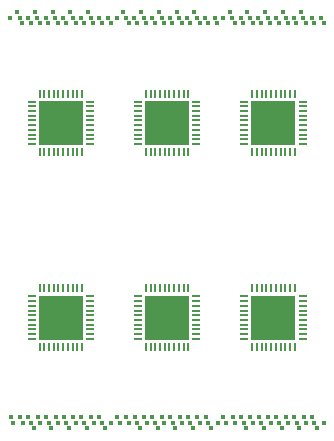
<source format=gbr>
%TF.GenerationSoftware,KiCad,Pcbnew,7.0.1*%
%TF.CreationDate,2023-04-06T12:09:14+02:00*%
%TF.ProjectId,LED_Dogtag_HW,4c45445f-446f-4677-9461-675f48572e6b,1.0*%
%TF.SameCoordinates,Original*%
%TF.FileFunction,Copper,L4,Bot*%
%TF.FilePolarity,Positive*%
%FSLAX46Y46*%
G04 Gerber Fmt 4.6, Leading zero omitted, Abs format (unit mm)*
G04 Created by KiCad (PCBNEW 7.0.1) date 2023-04-06 12:09:14*
%MOMM*%
%LPD*%
G01*
G04 APERTURE LIST*
G04 Aperture macros list*
%AMRoundRect*
0 Rectangle with rounded corners*
0 $1 Rounding radius*
0 $2 $3 $4 $5 $6 $7 $8 $9 X,Y pos of 4 corners*
0 Add a 4 corners polygon primitive as box body*
4,1,4,$2,$3,$4,$5,$6,$7,$8,$9,$2,$3,0*
0 Add four circle primitives for the rounded corners*
1,1,$1+$1,$2,$3*
1,1,$1+$1,$4,$5*
1,1,$1+$1,$6,$7*
1,1,$1+$1,$8,$9*
0 Add four rect primitives between the rounded corners*
20,1,$1+$1,$2,$3,$4,$5,0*
20,1,$1+$1,$4,$5,$6,$7,0*
20,1,$1+$1,$6,$7,$8,$9,0*
20,1,$1+$1,$8,$9,$2,$3,0*%
G04 Aperture macros list end*
%TA.AperFunction,SMDPad,CuDef*%
%ADD10RoundRect,0.050000X0.325000X0.050000X-0.325000X0.050000X-0.325000X-0.050000X0.325000X-0.050000X0*%
%TD*%
%TA.AperFunction,SMDPad,CuDef*%
%ADD11RoundRect,0.050000X0.050000X0.325000X-0.050000X0.325000X-0.050000X-0.325000X0.050000X-0.325000X0*%
%TD*%
%TA.AperFunction,SMDPad,CuDef*%
%ADD12R,3.800000X3.800000*%
%TD*%
%TA.AperFunction,SMDPad,CuDef*%
%ADD13RoundRect,0.050000X-0.325000X-0.050000X0.325000X-0.050000X0.325000X0.050000X-0.325000X0.050000X0*%
%TD*%
%TA.AperFunction,SMDPad,CuDef*%
%ADD14RoundRect,0.050000X-0.050000X-0.325000X0.050000X-0.325000X0.050000X0.325000X-0.050000X0.325000X0*%
%TD*%
%TA.AperFunction,ViaPad*%
%ADD15C,0.400000*%
%TD*%
G04 APERTURE END LIST*
D10*
%TO.P,U1,1,SW8*%
%TO.N,Net-(D19-A)*%
X97275000Y-43750000D03*
%TO.P,U1,2,SW6*%
%TO.N,Net-(D17-A)*%
X97275000Y-44150000D03*
%TO.P,U1,3,SW4*%
%TO.N,Net-(D15-A)*%
X97275000Y-44550000D03*
%TO.P,U1,4,SW2*%
%TO.N,Net-(D13-A)*%
X97275000Y-44950000D03*
%TO.P,U1,5,PVCC*%
%TO.N,+BATT*%
X97275000Y-45350000D03*
%TO.P,U1,6,SW1*%
%TO.N,Net-(D1-A)*%
X97275000Y-45750000D03*
%TO.P,U1,7,SW3*%
%TO.N,Net-(D14-A)*%
X97275000Y-46150000D03*
%TO.P,U1,8,SW5*%
%TO.N,Net-(D16-A)*%
X97275000Y-46550000D03*
%TO.P,U1,9,SW7*%
%TO.N,Net-(D18-A)*%
X97275000Y-46950000D03*
%TO.P,U1,10,SW9*%
%TO.N,Net-(D20-A)*%
X97275000Y-47350000D03*
D11*
%TO.P,U1,11,SW11*%
%TO.N,Net-(D11-A)*%
X96600000Y-48025000D03*
%TO.P,U1,12,CS18*%
%TO.N,Net-(U1-CS18)*%
X96200000Y-48025000D03*
%TO.P,U1,13,CS17*%
%TO.N,Net-(U1-CS17)*%
X95800000Y-48025000D03*
%TO.P,U1,14,CS16*%
%TO.N,Net-(U1-CS16)*%
X95400000Y-48025000D03*
%TO.P,U1,15,CS15*%
%TO.N,Net-(U1-CS15)*%
X95000000Y-48025000D03*
%TO.P,U1,16,PGND*%
%TO.N,GND*%
X94600000Y-48025000D03*
%TO.P,U1,17,CS14*%
%TO.N,Net-(U1-CS14)*%
X94200000Y-48025000D03*
%TO.P,U1,18,CS13*%
%TO.N,Net-(U1-CS13)*%
X93800000Y-48025000D03*
%TO.P,U1,19,CS12*%
%TO.N,Net-(U1-CS12)*%
X93400000Y-48025000D03*
%TO.P,U1,20,CS11*%
%TO.N,Net-(U1-CS11)*%
X93000000Y-48025000D03*
D10*
%TO.P,U1,21,CS10*%
%TO.N,Net-(U1-CS10)*%
X92325000Y-47350000D03*
%TO.P,U1,22,VCC*%
%TO.N,+BATT*%
X92325000Y-46950000D03*
%TO.P,U1,23,GND*%
%TO.N,GND*%
X92325000Y-46550000D03*
%TO.P,U1,24,MISO*%
%TO.N,/DISP_MISO*%
X92325000Y-46150000D03*
%TO.P,U1,25,CS*%
%TO.N,/DISP_CS_A1*%
X92325000Y-45750000D03*
%TO.P,U1,26,SDB*%
%TO.N,/DISP_SDB*%
X92325000Y-45350000D03*
%TO.P,U1,27,SCK*%
%TO.N,/DISP_SCK*%
X92325000Y-44950000D03*
%TO.P,U1,28,MOSI*%
%TO.N,/DISP_MOSI*%
X92325000Y-44550000D03*
%TO.P,U1,29,ISET*%
%TO.N,Net-(U1-ISET)*%
X92325000Y-44150000D03*
%TO.P,U1,30,SYNC*%
%TO.N,/DISP_SYNC*%
X92325000Y-43750000D03*
D11*
%TO.P,U1,31,CS9*%
%TO.N,Net-(U1-CS9)*%
X93000000Y-43075000D03*
%TO.P,U1,32,CS8*%
%TO.N,Net-(U1-CS8)*%
X93400000Y-43075000D03*
%TO.P,U1,33,CS7*%
%TO.N,Net-(U1-CS7)*%
X93800000Y-43075000D03*
%TO.P,U1,34,CS6*%
%TO.N,Net-(U1-CS6)*%
X94200000Y-43075000D03*
%TO.P,U1,35,CS5*%
%TO.N,Net-(U1-CS5)*%
X94600000Y-43075000D03*
%TO.P,U1,36,CS4*%
%TO.N,Net-(U1-CS4)*%
X95000000Y-43075000D03*
%TO.P,U1,37,CS3*%
%TO.N,Net-(U1-CS3)*%
X95400000Y-43075000D03*
%TO.P,U1,38,CS2*%
%TO.N,Net-(U1-CS2)*%
X95800000Y-43075000D03*
%TO.P,U1,39,CS1*%
%TO.N,Net-(U1-CS1)*%
X96200000Y-43075000D03*
%TO.P,U1,40,SW10*%
%TO.N,Net-(D10-A)*%
X96600000Y-43075000D03*
D12*
%TO.P,U1,41,GND*%
%TO.N,GND*%
X94800000Y-45550000D03*
%TD*%
D13*
%TO.P,U5,1,SW8*%
%TO.N,Net-(D272-A)*%
X101325000Y-63850000D03*
%TO.P,U5,2,SW6*%
%TO.N,Net-(D270-A)*%
X101325000Y-63450000D03*
%TO.P,U5,3,SW4*%
%TO.N,Net-(D268-A)*%
X101325000Y-63050000D03*
%TO.P,U5,4,SW2*%
%TO.N,Net-(D266-A)*%
X101325000Y-62650000D03*
%TO.P,U5,5,PVCC*%
%TO.N,+BATT*%
X101325000Y-62250000D03*
%TO.P,U5,6,SW1*%
%TO.N,Net-(D265-A)*%
X101325000Y-61850000D03*
%TO.P,U5,7,SW3*%
%TO.N,Net-(D267-A)*%
X101325000Y-61450000D03*
%TO.P,U5,8,SW5*%
%TO.N,Net-(D269-A)*%
X101325000Y-61050000D03*
%TO.P,U5,9,SW7*%
%TO.N,Net-(D271-A)*%
X101325000Y-60650000D03*
%TO.P,U5,10,SW9*%
%TO.N,Net-(D273-A)*%
X101325000Y-60250000D03*
D14*
%TO.P,U5,11,SW11*%
%TO.N,Net-(D275-A)*%
X102000000Y-59575000D03*
%TO.P,U5,12,CS18*%
%TO.N,Net-(U5-CS18)*%
X102400000Y-59575000D03*
%TO.P,U5,13,CS17*%
%TO.N,Net-(U5-CS17)*%
X102800000Y-59575000D03*
%TO.P,U5,14,CS16*%
%TO.N,Net-(U5-CS16)*%
X103200000Y-59575000D03*
%TO.P,U5,15,CS15*%
%TO.N,Net-(U5-CS15)*%
X103600000Y-59575000D03*
%TO.P,U5,16,PGND*%
%TO.N,GND*%
X104000000Y-59575000D03*
%TO.P,U5,17,CS14*%
%TO.N,Net-(U5-CS14)*%
X104400000Y-59575000D03*
%TO.P,U5,18,CS13*%
%TO.N,Net-(U5-CS13)*%
X104800000Y-59575000D03*
%TO.P,U5,19,CS12*%
%TO.N,Net-(U5-CS12)*%
X105200000Y-59575000D03*
%TO.P,U5,20,CS11*%
%TO.N,Net-(U5-CS11)*%
X105600000Y-59575000D03*
D13*
%TO.P,U5,21,CS10*%
%TO.N,Net-(U5-CS10)*%
X106275000Y-60250000D03*
%TO.P,U5,22,VCC*%
%TO.N,+BATT*%
X106275000Y-60650000D03*
%TO.P,U5,23,GND*%
%TO.N,GND*%
X106275000Y-61050000D03*
%TO.P,U5,24,MISO*%
%TO.N,/DISP_MISO*%
X106275000Y-61450000D03*
%TO.P,U5,25,CS*%
%TO.N,/DISP_CS_B2*%
X106275000Y-61850000D03*
%TO.P,U5,26,SDB*%
%TO.N,/DISP_SDB*%
X106275000Y-62250000D03*
%TO.P,U5,27,SCK*%
%TO.N,/DISP_SCK*%
X106275000Y-62650000D03*
%TO.P,U5,28,MOSI*%
%TO.N,/DISP_MOSI*%
X106275000Y-63050000D03*
%TO.P,U5,29,ISET*%
%TO.N,Net-(U5-ISET)*%
X106275000Y-63450000D03*
%TO.P,U5,30,SYNC*%
%TO.N,/DISP_SYNC*%
X106275000Y-63850000D03*
D14*
%TO.P,U5,31,CS9*%
%TO.N,Net-(U5-CS9)*%
X105600000Y-64525000D03*
%TO.P,U5,32,CS8*%
%TO.N,Net-(U5-CS8)*%
X105200000Y-64525000D03*
%TO.P,U5,33,CS7*%
%TO.N,Net-(U5-CS7)*%
X104800000Y-64525000D03*
%TO.P,U5,34,CS6*%
%TO.N,Net-(U5-CS6)*%
X104400000Y-64525000D03*
%TO.P,U5,35,CS5*%
%TO.N,Net-(U5-CS5)*%
X104000000Y-64525000D03*
%TO.P,U5,36,CS4*%
%TO.N,Net-(U5-CS4)*%
X103600000Y-64525000D03*
%TO.P,U5,37,CS3*%
%TO.N,Net-(U5-CS3)*%
X103200000Y-64525000D03*
%TO.P,U5,38,CS2*%
%TO.N,Net-(U5-CS2)*%
X102800000Y-64525000D03*
%TO.P,U5,39,CS1*%
%TO.N,Net-(U5-CS1)*%
X102400000Y-64525000D03*
%TO.P,U5,40,SW10*%
%TO.N,Net-(D274-A)*%
X102000000Y-64525000D03*
D12*
%TO.P,U5,41,GND*%
%TO.N,GND*%
X103800000Y-62050000D03*
%TD*%
D13*
%TO.P,U6,1,SW8*%
%TO.N,Net-(D338-A)*%
X110325000Y-63850000D03*
%TO.P,U6,2,SW6*%
%TO.N,Net-(D336-A)*%
X110325000Y-63450000D03*
%TO.P,U6,3,SW4*%
%TO.N,Net-(D334-A)*%
X110325000Y-63050000D03*
%TO.P,U6,4,SW2*%
%TO.N,Net-(D332-A)*%
X110325000Y-62650000D03*
%TO.P,U6,5,PVCC*%
%TO.N,+BATT*%
X110325000Y-62250000D03*
%TO.P,U6,6,SW1*%
%TO.N,Net-(D331-A)*%
X110325000Y-61850000D03*
%TO.P,U6,7,SW3*%
%TO.N,Net-(D333-A)*%
X110325000Y-61450000D03*
%TO.P,U6,8,SW5*%
%TO.N,Net-(D335-A)*%
X110325000Y-61050000D03*
%TO.P,U6,9,SW7*%
%TO.N,Net-(D337-A)*%
X110325000Y-60650000D03*
%TO.P,U6,10,SW9*%
%TO.N,Net-(D339-A)*%
X110325000Y-60250000D03*
D14*
%TO.P,U6,11,SW11*%
%TO.N,Net-(D341-A)*%
X111000000Y-59575000D03*
%TO.P,U6,12,CS18*%
%TO.N,Net-(U6-CS18)*%
X111400000Y-59575000D03*
%TO.P,U6,13,CS17*%
%TO.N,Net-(U6-CS17)*%
X111800000Y-59575000D03*
%TO.P,U6,14,CS16*%
%TO.N,Net-(U6-CS16)*%
X112200000Y-59575000D03*
%TO.P,U6,15,CS15*%
%TO.N,Net-(U6-CS15)*%
X112600000Y-59575000D03*
%TO.P,U6,16,PGND*%
%TO.N,GND*%
X113000000Y-59575000D03*
%TO.P,U6,17,CS14*%
%TO.N,Net-(U6-CS14)*%
X113400000Y-59575000D03*
%TO.P,U6,18,CS13*%
%TO.N,Net-(U6-CS13)*%
X113800000Y-59575000D03*
%TO.P,U6,19,CS12*%
%TO.N,Net-(U6-CS12)*%
X114200000Y-59575000D03*
%TO.P,U6,20,CS11*%
%TO.N,Net-(U6-CS11)*%
X114600000Y-59575000D03*
D13*
%TO.P,U6,21,CS10*%
%TO.N,Net-(U6-CS10)*%
X115275000Y-60250000D03*
%TO.P,U6,22,VCC*%
%TO.N,+BATT*%
X115275000Y-60650000D03*
%TO.P,U6,23,GND*%
%TO.N,GND*%
X115275000Y-61050000D03*
%TO.P,U6,24,MISO*%
%TO.N,/DISP_MISO*%
X115275000Y-61450000D03*
%TO.P,U6,25,CS*%
%TO.N,/DISP_CS_B1*%
X115275000Y-61850000D03*
%TO.P,U6,26,SDB*%
%TO.N,/DISP_SDB*%
X115275000Y-62250000D03*
%TO.P,U6,27,SCK*%
%TO.N,/DISP_SCK*%
X115275000Y-62650000D03*
%TO.P,U6,28,MOSI*%
%TO.N,/DISP_MOSI*%
X115275000Y-63050000D03*
%TO.P,U6,29,ISET*%
%TO.N,Net-(U6-ISET)*%
X115275000Y-63450000D03*
%TO.P,U6,30,SYNC*%
%TO.N,/DISP_SYNC*%
X115275000Y-63850000D03*
D14*
%TO.P,U6,31,CS9*%
%TO.N,Net-(U6-CS9)*%
X114600000Y-64525000D03*
%TO.P,U6,32,CS8*%
%TO.N,Net-(U6-CS8)*%
X114200000Y-64525000D03*
%TO.P,U6,33,CS7*%
%TO.N,Net-(U6-CS7)*%
X113800000Y-64525000D03*
%TO.P,U6,34,CS6*%
%TO.N,Net-(U6-CS6)*%
X113400000Y-64525000D03*
%TO.P,U6,35,CS5*%
%TO.N,Net-(U6-CS5)*%
X113000000Y-64525000D03*
%TO.P,U6,36,CS4*%
%TO.N,Net-(U6-CS4)*%
X112600000Y-64525000D03*
%TO.P,U6,37,CS3*%
%TO.N,Net-(U6-CS3)*%
X112200000Y-64525000D03*
%TO.P,U6,38,CS2*%
%TO.N,Net-(U6-CS2)*%
X111800000Y-64525000D03*
%TO.P,U6,39,CS1*%
%TO.N,Net-(U6-CS1)*%
X111400000Y-64525000D03*
%TO.P,U6,40,SW10*%
%TO.N,Net-(D340-A)*%
X111000000Y-64525000D03*
D12*
%TO.P,U6,41,GND*%
%TO.N,GND*%
X112800000Y-62050000D03*
%TD*%
D13*
%TO.P,U4,1,SW8*%
%TO.N,Net-(D206-A)*%
X92325000Y-63850000D03*
%TO.P,U4,2,SW6*%
%TO.N,Net-(D204-A)*%
X92325000Y-63450000D03*
%TO.P,U4,3,SW4*%
%TO.N,Net-(D202-A)*%
X92325000Y-63050000D03*
%TO.P,U4,4,SW2*%
%TO.N,Net-(D200-A)*%
X92325000Y-62650000D03*
%TO.P,U4,5,PVCC*%
%TO.N,+BATT*%
X92325000Y-62250000D03*
%TO.P,U4,6,SW1*%
%TO.N,Net-(D199-A)*%
X92325000Y-61850000D03*
%TO.P,U4,7,SW3*%
%TO.N,Net-(D201-A)*%
X92325000Y-61450000D03*
%TO.P,U4,8,SW5*%
%TO.N,Net-(D203-A)*%
X92325000Y-61050000D03*
%TO.P,U4,9,SW7*%
%TO.N,Net-(D205-A)*%
X92325000Y-60650000D03*
%TO.P,U4,10,SW9*%
%TO.N,Net-(D207-A)*%
X92325000Y-60250000D03*
D14*
%TO.P,U4,11,SW11*%
%TO.N,Net-(D209-A)*%
X93000000Y-59575000D03*
%TO.P,U4,12,CS18*%
%TO.N,Net-(U4-CS18)*%
X93400000Y-59575000D03*
%TO.P,U4,13,CS17*%
%TO.N,Net-(U4-CS17)*%
X93800000Y-59575000D03*
%TO.P,U4,14,CS16*%
%TO.N,Net-(U4-CS16)*%
X94200000Y-59575000D03*
%TO.P,U4,15,CS15*%
%TO.N,Net-(U4-CS15)*%
X94600000Y-59575000D03*
%TO.P,U4,16,PGND*%
%TO.N,GND*%
X95000000Y-59575000D03*
%TO.P,U4,17,CS14*%
%TO.N,Net-(U4-CS14)*%
X95400000Y-59575000D03*
%TO.P,U4,18,CS13*%
%TO.N,Net-(U4-CS13)*%
X95800000Y-59575000D03*
%TO.P,U4,19,CS12*%
%TO.N,Net-(U4-CS12)*%
X96200000Y-59575000D03*
%TO.P,U4,20,CS11*%
%TO.N,Net-(U4-CS11)*%
X96600000Y-59575000D03*
D13*
%TO.P,U4,21,CS10*%
%TO.N,Net-(U4-CS10)*%
X97275000Y-60250000D03*
%TO.P,U4,22,VCC*%
%TO.N,+BATT*%
X97275000Y-60650000D03*
%TO.P,U4,23,GND*%
%TO.N,GND*%
X97275000Y-61050000D03*
%TO.P,U4,24,MISO*%
%TO.N,/DISP_MISO*%
X97275000Y-61450000D03*
%TO.P,U4,25,CS*%
%TO.N,/DISP_CS_B3*%
X97275000Y-61850000D03*
%TO.P,U4,26,SDB*%
%TO.N,/DISP_SDB*%
X97275000Y-62250000D03*
%TO.P,U4,27,SCK*%
%TO.N,/DISP_SCK*%
X97275000Y-62650000D03*
%TO.P,U4,28,MOSI*%
%TO.N,/DISP_MOSI*%
X97275000Y-63050000D03*
%TO.P,U4,29,ISET*%
%TO.N,Net-(U4-ISET)*%
X97275000Y-63450000D03*
%TO.P,U4,30,SYNC*%
%TO.N,/DISP_SYNC*%
X97275000Y-63850000D03*
D14*
%TO.P,U4,31,CS9*%
%TO.N,Net-(U4-CS9)*%
X96600000Y-64525000D03*
%TO.P,U4,32,CS8*%
%TO.N,Net-(U4-CS8)*%
X96200000Y-64525000D03*
%TO.P,U4,33,CS7*%
%TO.N,Net-(U4-CS7)*%
X95800000Y-64525000D03*
%TO.P,U4,34,CS6*%
%TO.N,Net-(U4-CS6)*%
X95400000Y-64525000D03*
%TO.P,U4,35,CS5*%
%TO.N,Net-(U4-CS5)*%
X95000000Y-64525000D03*
%TO.P,U4,36,CS4*%
%TO.N,Net-(U4-CS4)*%
X94600000Y-64525000D03*
%TO.P,U4,37,CS3*%
%TO.N,Net-(U4-CS3)*%
X94200000Y-64525000D03*
%TO.P,U4,38,CS2*%
%TO.N,Net-(U4-CS2)*%
X93800000Y-64525000D03*
%TO.P,U4,39,CS1*%
%TO.N,Net-(U4-CS1)*%
X93400000Y-64525000D03*
%TO.P,U4,40,SW10*%
%TO.N,Net-(D208-A)*%
X93000000Y-64525000D03*
D12*
%TO.P,U4,41,GND*%
%TO.N,GND*%
X94800000Y-62050000D03*
%TD*%
D10*
%TO.P,U3,1,SW8*%
%TO.N,Net-(D140-A)*%
X115275000Y-43750000D03*
%TO.P,U3,2,SW6*%
%TO.N,Net-(D138-A)*%
X115275000Y-44150000D03*
%TO.P,U3,3,SW4*%
%TO.N,Net-(D136-A)*%
X115275000Y-44550000D03*
%TO.P,U3,4,SW2*%
%TO.N,Net-(D134-A)*%
X115275000Y-44950000D03*
%TO.P,U3,5,PVCC*%
%TO.N,+BATT*%
X115275000Y-45350000D03*
%TO.P,U3,6,SW1*%
%TO.N,Net-(D133-A)*%
X115275000Y-45750000D03*
%TO.P,U3,7,SW3*%
%TO.N,Net-(D135-A)*%
X115275000Y-46150000D03*
%TO.P,U3,8,SW5*%
%TO.N,Net-(D137-A)*%
X115275000Y-46550000D03*
%TO.P,U3,9,SW7*%
%TO.N,Net-(D139-A)*%
X115275000Y-46950000D03*
%TO.P,U3,10,SW9*%
%TO.N,Net-(D141-A)*%
X115275000Y-47350000D03*
D11*
%TO.P,U3,11,SW11*%
%TO.N,Net-(D143-A)*%
X114600000Y-48025000D03*
%TO.P,U3,12,CS18*%
%TO.N,Net-(U3-CS18)*%
X114200000Y-48025000D03*
%TO.P,U3,13,CS17*%
%TO.N,Net-(U3-CS17)*%
X113800000Y-48025000D03*
%TO.P,U3,14,CS16*%
%TO.N,Net-(U3-CS16)*%
X113400000Y-48025000D03*
%TO.P,U3,15,CS15*%
%TO.N,Net-(U3-CS15)*%
X113000000Y-48025000D03*
%TO.P,U3,16,PGND*%
%TO.N,GND*%
X112600000Y-48025000D03*
%TO.P,U3,17,CS14*%
%TO.N,Net-(U3-CS14)*%
X112200000Y-48025000D03*
%TO.P,U3,18,CS13*%
%TO.N,Net-(U3-CS13)*%
X111800000Y-48025000D03*
%TO.P,U3,19,CS12*%
%TO.N,Net-(U3-CS12)*%
X111400000Y-48025000D03*
%TO.P,U3,20,CS11*%
%TO.N,Net-(U3-CS11)*%
X111000000Y-48025000D03*
D10*
%TO.P,U3,21,CS10*%
%TO.N,Net-(U3-CS10)*%
X110325000Y-47350000D03*
%TO.P,U3,22,VCC*%
%TO.N,+BATT*%
X110325000Y-46950000D03*
%TO.P,U3,23,GND*%
%TO.N,GND*%
X110325000Y-46550000D03*
%TO.P,U3,24,MISO*%
%TO.N,/DISP_MISO*%
X110325000Y-46150000D03*
%TO.P,U3,25,CS*%
%TO.N,/DISP_CS_A3*%
X110325000Y-45750000D03*
%TO.P,U3,26,SDB*%
%TO.N,/DISP_SDB*%
X110325000Y-45350000D03*
%TO.P,U3,27,SCK*%
%TO.N,/DISP_SCK*%
X110325000Y-44950000D03*
%TO.P,U3,28,MOSI*%
%TO.N,/DISP_MOSI*%
X110325000Y-44550000D03*
%TO.P,U3,29,ISET*%
%TO.N,Net-(U3-ISET)*%
X110325000Y-44150000D03*
%TO.P,U3,30,SYNC*%
%TO.N,/DISP_SYNC*%
X110325000Y-43750000D03*
D11*
%TO.P,U3,31,CS9*%
%TO.N,Net-(U3-CS9)*%
X111000000Y-43075000D03*
%TO.P,U3,32,CS8*%
%TO.N,Net-(U3-CS8)*%
X111400000Y-43075000D03*
%TO.P,U3,33,CS7*%
%TO.N,Net-(U3-CS7)*%
X111800000Y-43075000D03*
%TO.P,U3,34,CS6*%
%TO.N,Net-(U3-CS6)*%
X112200000Y-43075000D03*
%TO.P,U3,35,CS5*%
%TO.N,Net-(U3-CS5)*%
X112600000Y-43075000D03*
%TO.P,U3,36,CS4*%
%TO.N,Net-(U3-CS4)*%
X113000000Y-43075000D03*
%TO.P,U3,37,CS3*%
%TO.N,Net-(U3-CS3)*%
X113400000Y-43075000D03*
%TO.P,U3,38,CS2*%
%TO.N,Net-(U3-CS2)*%
X113800000Y-43075000D03*
%TO.P,U3,39,CS1*%
%TO.N,Net-(U3-CS1)*%
X114200000Y-43075000D03*
%TO.P,U3,40,SW10*%
%TO.N,Net-(D142-A)*%
X114600000Y-43075000D03*
D12*
%TO.P,U3,41,GND*%
%TO.N,GND*%
X112800000Y-45550000D03*
%TD*%
D10*
%TO.P,U2,1,SW8*%
%TO.N,Net-(D107-A)*%
X106275000Y-43750000D03*
%TO.P,U2,2,SW6*%
%TO.N,Net-(D105-A)*%
X106275000Y-44150000D03*
%TO.P,U2,3,SW4*%
%TO.N,Net-(D103-A)*%
X106275000Y-44550000D03*
%TO.P,U2,4,SW2*%
%TO.N,Net-(D101-A)*%
X106275000Y-44950000D03*
%TO.P,U2,5,PVCC*%
%TO.N,+BATT*%
X106275000Y-45350000D03*
%TO.P,U2,6,SW1*%
%TO.N,Net-(D100-A)*%
X106275000Y-45750000D03*
%TO.P,U2,7,SW3*%
%TO.N,Net-(D102-A)*%
X106275000Y-46150000D03*
%TO.P,U2,8,SW5*%
%TO.N,Net-(D104-A)*%
X106275000Y-46550000D03*
%TO.P,U2,9,SW7*%
%TO.N,Net-(D106-A)*%
X106275000Y-46950000D03*
%TO.P,U2,10,SW9*%
%TO.N,Net-(D108-A)*%
X106275000Y-47350000D03*
D11*
%TO.P,U2,11,SW11*%
%TO.N,Net-(D110-A)*%
X105600000Y-48025000D03*
%TO.P,U2,12,CS18*%
%TO.N,Net-(U2-CS18)*%
X105200000Y-48025000D03*
%TO.P,U2,13,CS17*%
%TO.N,Net-(U2-CS17)*%
X104800000Y-48025000D03*
%TO.P,U2,14,CS16*%
%TO.N,Net-(U2-CS16)*%
X104400000Y-48025000D03*
%TO.P,U2,15,CS15*%
%TO.N,Net-(U2-CS15)*%
X104000000Y-48025000D03*
%TO.P,U2,16,PGND*%
%TO.N,GND*%
X103600000Y-48025000D03*
%TO.P,U2,17,CS14*%
%TO.N,Net-(U2-CS14)*%
X103200000Y-48025000D03*
%TO.P,U2,18,CS13*%
%TO.N,Net-(U2-CS13)*%
X102800000Y-48025000D03*
%TO.P,U2,19,CS12*%
%TO.N,Net-(U2-CS12)*%
X102400000Y-48025000D03*
%TO.P,U2,20,CS11*%
%TO.N,Net-(U2-CS11)*%
X102000000Y-48025000D03*
D10*
%TO.P,U2,21,CS10*%
%TO.N,Net-(U2-CS10)*%
X101325000Y-47350000D03*
%TO.P,U2,22,VCC*%
%TO.N,+BATT*%
X101325000Y-46950000D03*
%TO.P,U2,23,GND*%
%TO.N,GND*%
X101325000Y-46550000D03*
%TO.P,U2,24,MISO*%
%TO.N,/DISP_MISO*%
X101325000Y-46150000D03*
%TO.P,U2,25,CS*%
%TO.N,/DISP_CS_A2*%
X101325000Y-45750000D03*
%TO.P,U2,26,SDB*%
%TO.N,/DISP_SDB*%
X101325000Y-45350000D03*
%TO.P,U2,27,SCK*%
%TO.N,/DISP_SCK*%
X101325000Y-44950000D03*
%TO.P,U2,28,MOSI*%
%TO.N,/DISP_MOSI*%
X101325000Y-44550000D03*
%TO.P,U2,29,ISET*%
%TO.N,Net-(U2-ISET)*%
X101325000Y-44150000D03*
%TO.P,U2,30,SYNC*%
%TO.N,/DISP_SYNC*%
X101325000Y-43750000D03*
D11*
%TO.P,U2,31,CS9*%
%TO.N,Net-(U2-CS9)*%
X102000000Y-43075000D03*
%TO.P,U2,32,CS8*%
%TO.N,Net-(U2-CS8)*%
X102400000Y-43075000D03*
%TO.P,U2,33,CS7*%
%TO.N,Net-(U2-CS7)*%
X102800000Y-43075000D03*
%TO.P,U2,34,CS6*%
%TO.N,Net-(U2-CS6)*%
X103200000Y-43075000D03*
%TO.P,U2,35,CS5*%
%TO.N,Net-(U2-CS5)*%
X103600000Y-43075000D03*
%TO.P,U2,36,CS4*%
%TO.N,Net-(U2-CS4)*%
X104000000Y-43075000D03*
%TO.P,U2,37,CS3*%
%TO.N,Net-(U2-CS3)*%
X104400000Y-43075000D03*
%TO.P,U2,38,CS2*%
%TO.N,Net-(U2-CS2)*%
X104800000Y-43075000D03*
%TO.P,U2,39,CS1*%
%TO.N,Net-(U2-CS1)*%
X105200000Y-43075000D03*
%TO.P,U2,40,SW10*%
%TO.N,Net-(D109-A)*%
X105600000Y-43075000D03*
D12*
%TO.P,U2,41,GND*%
%TO.N,GND*%
X103800000Y-45550000D03*
%TD*%
D15*
%TO.N,Net-(D254-BK)*%
X99075000Y-70950000D03*
%TO.N,Net-(D254-GK)*%
X98050000Y-70500000D03*
%TO.N,Net-(D254-RK)*%
X98275000Y-70950000D03*
%TO.N,Net-(D243-BK)*%
X97575000Y-70950000D03*
%TO.N,Net-(D243-GK)*%
X96550000Y-70500000D03*
%TO.N,Net-(D243-RK)*%
X96775000Y-70950000D03*
%TO.N,Net-(D232-BK)*%
X96075000Y-70950000D03*
%TO.N,Net-(D232-GK)*%
X95050000Y-70500000D03*
%TO.N,Net-(D232-RK)*%
X95275000Y-70950000D03*
%TO.N,Net-(D221-BK)*%
X94575000Y-70950000D03*
%TO.N,Net-(D221-GK)*%
X93550000Y-70500000D03*
%TO.N,Net-(D221-RK)*%
X93775000Y-70950000D03*
%TO.N,Net-(D210-BK)*%
X93075000Y-70950000D03*
%TO.N,Net-(D210-GK)*%
X92050000Y-70500000D03*
%TO.N,Net-(D210-RK)*%
X92275000Y-70950000D03*
%TO.N,Net-(D209-A)*%
X98500000Y-71400000D03*
%TO.N,Net-(D208-A)*%
X97350000Y-70500000D03*
%TO.N,Net-(D207-A)*%
X97000000Y-71400000D03*
%TO.N,Net-(D206-A)*%
X95850000Y-70500000D03*
%TO.N,Net-(D205-A)*%
X95500000Y-71400000D03*
%TO.N,Net-(D204-A)*%
X94350000Y-70500000D03*
%TO.N,Net-(D203-A)*%
X94000000Y-71400000D03*
%TO.N,Net-(D202-A)*%
X92850000Y-70500000D03*
%TO.N,Net-(D201-A)*%
X92500000Y-71400000D03*
%TO.N,Net-(D200-A)*%
X91350000Y-70500000D03*
%TO.N,Net-(D199-BK)*%
X91575000Y-70950000D03*
%TO.N,Net-(D199-GK)*%
X90550000Y-70500000D03*
%TO.N,Net-(D199-RK)*%
X90775000Y-70950000D03*
%TO.N,Net-(D320-BK)*%
X108075000Y-70950000D03*
%TO.N,Net-(D320-GK)*%
X107050000Y-70500000D03*
%TO.N,Net-(D320-RK)*%
X107275000Y-70950000D03*
%TO.N,Net-(D309-BK)*%
X106575000Y-70950000D03*
%TO.N,Net-(D309-GK)*%
X105550000Y-70500000D03*
%TO.N,Net-(D309-RK)*%
X105775000Y-70950000D03*
%TO.N,Net-(D298-BK)*%
X105075000Y-70950000D03*
%TO.N,Net-(D298-GK)*%
X104050000Y-70500000D03*
%TO.N,Net-(D298-RK)*%
X104275000Y-70950000D03*
%TO.N,Net-(D287-BK)*%
X103575000Y-70950000D03*
%TO.N,Net-(D287-GK)*%
X102550000Y-70500000D03*
%TO.N,Net-(D287-RK)*%
X102775000Y-70950000D03*
%TO.N,Net-(D276-BK)*%
X102075000Y-70950000D03*
%TO.N,Net-(D276-GK)*%
X101050000Y-70500000D03*
%TO.N,Net-(D276-RK)*%
X101275000Y-70950000D03*
%TO.N,Net-(D275-A)*%
X107500000Y-71400000D03*
%TO.N,Net-(D274-A)*%
X106350000Y-70500000D03*
%TO.N,Net-(D273-A)*%
X106000000Y-71400000D03*
%TO.N,Net-(D272-A)*%
X104850000Y-70500000D03*
%TO.N,Net-(D271-A)*%
X104500000Y-71400000D03*
%TO.N,Net-(D270-A)*%
X103350000Y-70500000D03*
%TO.N,Net-(D269-A)*%
X103000000Y-71400000D03*
%TO.N,Net-(D268-A)*%
X101850000Y-70500000D03*
%TO.N,Net-(D267-A)*%
X101500000Y-71400000D03*
%TO.N,Net-(D266-A)*%
X100350000Y-70500000D03*
%TO.N,Net-(D265-BK)*%
X100575000Y-70950000D03*
%TO.N,Net-(D265-GK)*%
X99550000Y-70500000D03*
%TO.N,Net-(D265-RK)*%
X99775000Y-70950000D03*
%TO.N,Net-(D386-BK)*%
X117075000Y-70950000D03*
%TO.N,Net-(D386-GK)*%
X116050000Y-70500000D03*
%TO.N,Net-(D386-RK)*%
X116275000Y-70950000D03*
%TO.N,Net-(D375-BK)*%
X115575000Y-70950000D03*
%TO.N,Net-(D375-GK)*%
X114550000Y-70500000D03*
%TO.N,Net-(D375-RK)*%
X114775000Y-70950000D03*
%TO.N,Net-(D364-BK)*%
X114075000Y-70950000D03*
%TO.N,Net-(D364-GK)*%
X113050000Y-70500000D03*
%TO.N,Net-(D364-RK)*%
X113275000Y-70950000D03*
%TO.N,Net-(D353-BK)*%
X112575000Y-70950000D03*
%TO.N,Net-(D353-GK)*%
X111550000Y-70500000D03*
%TO.N,Net-(D353-RK)*%
X111775000Y-70950000D03*
%TO.N,Net-(D342-BK)*%
X111075000Y-70950000D03*
%TO.N,Net-(D342-GK)*%
X110050000Y-70500000D03*
%TO.N,Net-(D342-RK)*%
X110275000Y-70950000D03*
%TO.N,Net-(D341-A)*%
X116500000Y-71400000D03*
%TO.N,Net-(D340-A)*%
X115350000Y-70500000D03*
%TO.N,Net-(D339-A)*%
X115000000Y-71400000D03*
%TO.N,Net-(D338-A)*%
X113850000Y-70500000D03*
%TO.N,Net-(D337-A)*%
X113500000Y-71400000D03*
%TO.N,Net-(D336-A)*%
X112350000Y-70500000D03*
%TO.N,Net-(D335-A)*%
X112000000Y-71400000D03*
%TO.N,Net-(D334-A)*%
X110850000Y-70500000D03*
%TO.N,Net-(D333-A)*%
X110500000Y-71400000D03*
%TO.N,Net-(D332-A)*%
X109350000Y-70500000D03*
%TO.N,Net-(D331-BK)*%
X109575000Y-70950000D03*
%TO.N,Net-(D331-GK)*%
X108550000Y-70500000D03*
%TO.N,Net-(D331-RK)*%
X108775000Y-70950000D03*
%TO.N,Net-(D188-BK)*%
X108525000Y-36650000D03*
%TO.N,Net-(D188-GK)*%
X109550000Y-37100000D03*
%TO.N,Net-(D188-RK)*%
X109325000Y-36650000D03*
%TO.N,Net-(D177-BK)*%
X110025000Y-36650000D03*
%TO.N,Net-(D177-GK)*%
X111050000Y-37100000D03*
%TO.N,Net-(D177-RK)*%
X110825000Y-36650000D03*
%TO.N,Net-(D166-BK)*%
X111525000Y-36650000D03*
%TO.N,Net-(D166-GK)*%
X112550000Y-37100000D03*
%TO.N,Net-(D166-RK)*%
X112325000Y-36650000D03*
%TO.N,Net-(D155-BK)*%
X113025000Y-36650000D03*
%TO.N,Net-(D155-GK)*%
X114050000Y-37100000D03*
%TO.N,Net-(D155-RK)*%
X113825000Y-36650000D03*
%TO.N,Net-(D144-BK)*%
X114525000Y-36650000D03*
%TO.N,Net-(D144-GK)*%
X115550000Y-37100000D03*
%TO.N,Net-(D144-RK)*%
X115325000Y-36650000D03*
%TO.N,Net-(D143-A)*%
X109100000Y-36200000D03*
%TO.N,Net-(D142-A)*%
X110250000Y-37100000D03*
%TO.N,Net-(D141-A)*%
X110600000Y-36200000D03*
%TO.N,Net-(D140-A)*%
X111750000Y-37100000D03*
%TO.N,Net-(D139-A)*%
X112100000Y-36200000D03*
%TO.N,Net-(D138-A)*%
X113250000Y-37100000D03*
%TO.N,Net-(D137-A)*%
X113600000Y-36200000D03*
%TO.N,Net-(D136-A)*%
X114750000Y-37100000D03*
%TO.N,Net-(D135-A)*%
X115100000Y-36200000D03*
%TO.N,Net-(D134-A)*%
X116250000Y-37100000D03*
%TO.N,Net-(D133-BK)*%
X116025000Y-36650000D03*
%TO.N,Net-(D133-GK)*%
X117050000Y-37100000D03*
%TO.N,Net-(D133-RK)*%
X116825000Y-36650000D03*
%TO.N,Net-(D122-BK)*%
X99525000Y-36650000D03*
%TO.N,Net-(D122-GK)*%
X100550000Y-37100000D03*
%TO.N,Net-(D122-RK)*%
X100325000Y-36650000D03*
%TO.N,Net-(D111-BK)*%
X101025000Y-36650000D03*
%TO.N,Net-(D111-GK)*%
X102050000Y-37100000D03*
%TO.N,Net-(D111-RK)*%
X101825000Y-36650000D03*
%TO.N,Net-(D100-BK)*%
X102525000Y-36650000D03*
%TO.N,Net-(D100-GK)*%
X103550000Y-37100000D03*
%TO.N,Net-(D100-RK)*%
X103325000Y-36650000D03*
%TO.N,Net-(D89-BK)*%
X104025000Y-36650000D03*
%TO.N,Net-(D89-GK)*%
X105050000Y-37100000D03*
%TO.N,Net-(D89-RK)*%
X104825000Y-36650000D03*
%TO.N,Net-(D78-BK)*%
X105525000Y-36650000D03*
%TO.N,Net-(D78-GK)*%
X106550000Y-37100000D03*
%TO.N,Net-(D78-RK)*%
X106325000Y-36650000D03*
%TO.N,Net-(D110-A)*%
X100100000Y-36200000D03*
%TO.N,Net-(D109-A)*%
X101250000Y-37100000D03*
%TO.N,Net-(D108-A)*%
X101600000Y-36200000D03*
%TO.N,Net-(D107-A)*%
X102750000Y-37100000D03*
%TO.N,Net-(D106-A)*%
X103100000Y-36200000D03*
%TO.N,Net-(D105-A)*%
X104250000Y-37100000D03*
%TO.N,Net-(D104-A)*%
X104600000Y-36200000D03*
%TO.N,Net-(D103-A)*%
X105750000Y-37100000D03*
%TO.N,Net-(D102-A)*%
X106100000Y-36200000D03*
%TO.N,Net-(D101-A)*%
X107250000Y-37100000D03*
%TO.N,Net-(D67-BK)*%
X107025000Y-36650000D03*
%TO.N,Net-(D67-GK)*%
X108050000Y-37100000D03*
%TO.N,Net-(D67-RK)*%
X107825000Y-36650000D03*
%TO.N,Net-(D1-RK)*%
X98825000Y-36650000D03*
%TO.N,Net-(D1-GK)*%
X99050000Y-37100000D03*
%TO.N,Net-(D1-BK)*%
X98025000Y-36650000D03*
%TO.N,Net-(D13-A)*%
X98250000Y-37100000D03*
%TO.N,Net-(D14-A)*%
X97100000Y-36200000D03*
%TO.N,Net-(D15-A)*%
X96750000Y-37100000D03*
%TO.N,Net-(D16-A)*%
X95600000Y-36200000D03*
%TO.N,Net-(D17-A)*%
X95250000Y-37100000D03*
%TO.N,Net-(D18-A)*%
X94100000Y-36200000D03*
%TO.N,Net-(D19-A)*%
X93750000Y-37100000D03*
%TO.N,Net-(D20-A)*%
X92600000Y-36200000D03*
%TO.N,Net-(D10-A)*%
X92250000Y-37100000D03*
%TO.N,Net-(D11-A)*%
X91100000Y-36200000D03*
%TO.N,Net-(D12-RK)*%
X97325000Y-36650000D03*
%TO.N,Net-(D12-GK)*%
X97550000Y-37100000D03*
%TO.N,Net-(D12-BK)*%
X96525000Y-36650000D03*
%TO.N,Net-(D23-RK)*%
X95825000Y-36650000D03*
%TO.N,Net-(D23-GK)*%
X96050000Y-37100000D03*
%TO.N,Net-(D23-BK)*%
X95025000Y-36650000D03*
%TO.N,Net-(D34-RK)*%
X94325000Y-36650000D03*
%TO.N,Net-(D34-GK)*%
X94550000Y-37100000D03*
%TO.N,Net-(D34-BK)*%
X93525000Y-36650000D03*
%TO.N,Net-(D45-RK)*%
X92825000Y-36650000D03*
%TO.N,Net-(D45-GK)*%
X93050000Y-37100000D03*
%TO.N,Net-(D45-BK)*%
X92025000Y-36650000D03*
%TO.N,Net-(D56-RK)*%
X91325000Y-36650000D03*
%TO.N,Net-(D56-GK)*%
X91550000Y-37100000D03*
%TO.N,Net-(D56-BK)*%
X90525000Y-36650000D03*
%TD*%
M02*

</source>
